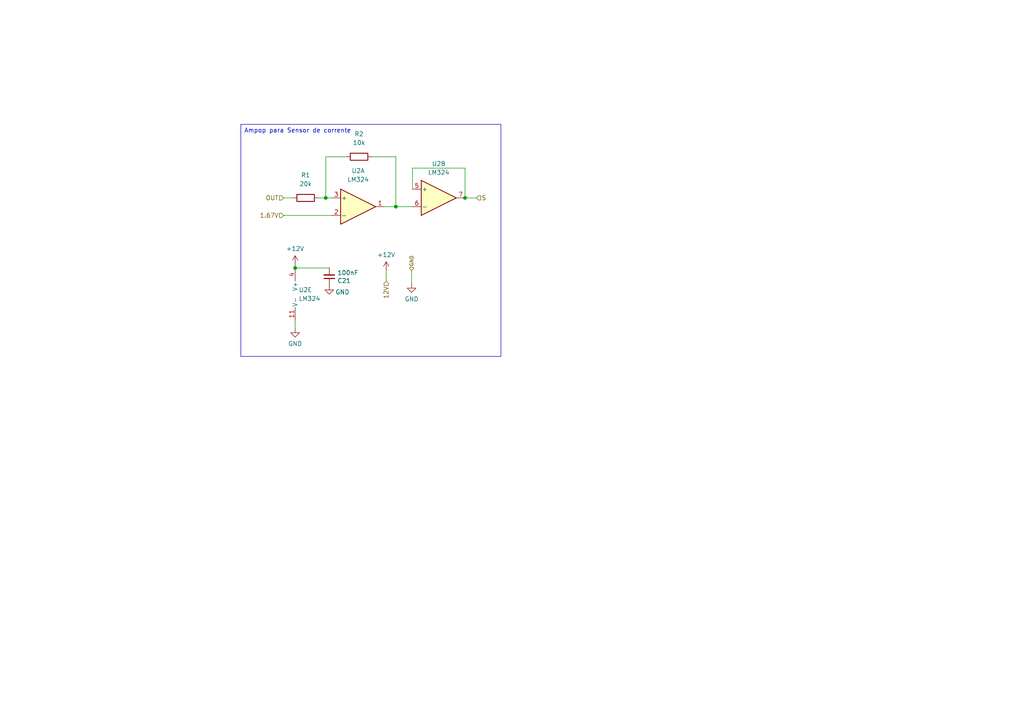
<source format=kicad_sch>
(kicad_sch (version 20250114) (generator "eeschema") (generator_version "9.0")
  (paper "A4")
  (lib_symbols
    (symbol "Amplifier_Operational:LM324" (pin_names (offset 0.127))
      (property "Reference" "U" (at 0 5.08 0))
      (property "Value" "LM324" (at 0 -5.08 0))
      (symbol "LM324_1_1"
        (polyline (pts (xy -5.08 5.08) (xy 5.08 0) (xy -5.08 -5.08) (xy -5.08 5.08)) (stroke (width 0.254)) (fill (type background)))
        (pin input line (at -7.62 2.54 0) (length 2.54) (name "+") (number "3"))
        (pin input line (at -7.62 -2.54 0) (length 2.54) (name "-") (number "2"))
        (pin output line (at 7.62 0 180) (length 2.54) (name "~") (number "1"))
      )
      (symbol "LM324_2_1"
        (polyline (pts (xy -5.08 5.08) (xy 5.08 0) (xy -5.08 -5.08) (xy -5.08 5.08)) (stroke (width 0.254)) (fill (type background)))
        (pin input line (at -7.62 2.54 0) (length 2.54) (name "+") (number "5"))
        (pin input line (at -7.62 -2.54 0) (length 2.54) (name "-") (number "6"))
        (pin output line (at 7.62 0 180) (length 2.54) (name "~") (number "7"))
      )
      (symbol "LM324_3_1"
        (polyline (pts (xy -5.08 5.08) (xy 5.08 0) (xy -5.08 -5.08) (xy -5.08 5.08)) (stroke (width 0.254)) (fill (type background)))
        (pin input line (at -7.62 2.54 0) (length 2.54) (name "+") (number "10"))
        (pin input line (at -7.62 -2.54 0) (length 2.54) (name "-") (number "9"))
        (pin output line (at 7.62 0 180) (length 2.54) (name "~") (number "8"))
      )
      (symbol "LM324_4_1"
        (polyline (pts (xy -5.08 5.08) (xy 5.08 0) (xy -5.08 -5.08) (xy -5.08 5.08)) (stroke (width 0.254)) (fill (type background)))
        (pin input line (at -7.62 2.54 0) (length 2.54) (name "+") (number "12"))
        (pin input line (at -7.62 -2.54 0) (length 2.54) (name "-") (number "13"))
        (pin output line (at 7.62 0 180) (length 2.54) (name "~") (number "14"))
      )
      (symbol "LM324_5_1"
        (pin power_in line (at -2.54 7.62 270) (length 3.81) (name "V+") (number "4"))
        (pin power_in line (at -2.54 -7.62 90) (length 3.81) (name "V-") (number "11"))
      )
    )
    (symbol "Device:C_Small" (pin_numbers (hide yes)) (pin_names (offset 0.254) (hide yes))
      (property "Reference" "C" (at 0.254 1.778 0))
      (property "Value" "C_Small" (at 0.254 -2.032 0))
      (symbol "C_Small_0_1"
        (polyline (pts (xy -1.524 0.508) (xy 1.524 0.508)) (stroke (width 0.3048)))
        (polyline (pts (xy -1.524 -0.508) (xy 1.524 -0.508)) (stroke (width 0.3302)))
      )
      (symbol "C_Small_1_1"
        (pin passive line (at 0 2.54 270) (length 2.032) (name "~") (number "1"))
        (pin passive line (at 0 -2.54 90) (length 2.032) (name "~") (number "2"))
      )
    )
    (symbol "Device:R" (pin_numbers (hide yes)) (pin_names (offset 0))
      (property "Reference" "R" (at 2.032 0 90))
      (property "Value" "R" (at 0 0 90))
      (symbol "R_0_1"
        (rectangle (start -1.016 -2.54) (end 1.016 2.54) (stroke (width 0.254)))
      )
      (symbol "R_1_1"
        (pin passive line (at 0 3.81 270) (length 1.27) (name "~") (number "1"))
        (pin passive line (at 0 -3.81 90) (length 1.27) (name "~") (number "2"))
      )
    )
    (symbol "power:+12V" (power) (pin_numbers (hide yes)) (pin_names (offset 0) (hide yes))
      (property "Value" "+12V" (at 0 3.556 0))
      (symbol "+12V_0_1"
        (polyline (pts (xy -0.762 1.27) (xy 0 2.54)))
        (polyline (pts (xy 0 2.54) (xy 0.762 1.27)))
        (polyline (pts (xy 0 0) (xy 0 2.54)))
      )
      (symbol "+12V_1_1"
        (pin power_in line (at 0 0 90) (length 0) (name "~") (number "1"))
      )
    )
    (symbol "power:GND" (power) (pin_names (offset 0))
      (property "Value" "GND" (at 0 -3.81 0))
      (symbol "GND_0_1"
        (polyline (pts (xy 0 0) (xy 0 -1.27) (xy 1.27 -1.27) (xy 0 -2.54) (xy -1.27 -1.27) (xy 0 -1.27)))
      )
      (symbol "GND_1_1"
        (pin power_in line (at 0 0 270) (length 0) (hide yes) (name "GND") (number "1"))
      )
    )
  )
  (text_box "Ampop para Sensor de corrente" (at 69.85 36.068 0) (size 75.438 67.31) (margins 0.9525 0.9525 0.9525 0.9525) (effects (font (size 1.27 1.27)) (justify left top)))
  (junction (at 85.598 77.724))
  (junction (at 94.488 57.404))
  (junction (at 134.874 57.404))
  (junction (at 114.808 59.944))
  (wire (pts (xy 114.808 59.944) (xy 119.634 59.944)))
  (wire (pts (xy 85.598 76.708) (xy 85.598 77.724)))
  (wire (pts (xy 82.296 62.484) (xy 96.266 62.484)))
  (wire (pts (xy 114.808 59.944) (xy 114.808 45.466)))
  (wire (pts (xy 94.488 45.466) (xy 94.488 57.404)))
  (wire (pts (xy 111.506 59.944) (xy 114.808 59.944)))
  (wire (pts (xy 119.38 78.486) (xy 119.38 82.296)))
  (wire (pts (xy 85.598 92.964) (xy 85.598 95.25)))
  (wire (pts (xy 112.014 78.486) (xy 112.014 81.534)))
  (wire (pts (xy 85.598 77.724) (xy 95.504 77.724)))
  (wire (pts (xy 134.874 48.768) (xy 134.874 57.404)))
  (wire (pts (xy 114.808 45.466) (xy 107.95 45.466)))
  (wire (pts (xy 94.488 57.404) (xy 96.266 57.404)))
  (wire (pts (xy 119.634 54.864) (xy 119.634 48.768)))
  (wire (pts (xy 119.634 48.768) (xy 134.874 48.768)))
  (wire (pts (xy 92.456 57.404) (xy 94.488 57.404)))
  (wire (pts (xy 82.296 57.404) (xy 84.836 57.404)))
  (wire (pts (xy 100.33 45.466) (xy 94.488 45.466)))
  (wire (pts (xy 134.874 57.404) (xy 138.176 57.404)))
  (hierarchical_label "OUT" (shape input) (at 82.296 57.404 180))
  (hierarchical_label "1.67V" (shape input) (at 82.296 62.484 180))
  (hierarchical_label "12V" (shape input) (at 112.014 81.534 270))
  (hierarchical_label "GND" (shape input) (at 119.38 78.486 90) (effects (font (size 1.016 1.016))))
  (hierarchical_label "S" (shape input) (at 138.176 57.404 0))
  (symbol (lib_id "power:GND") (at 95.504 82.804 0) (unit 1)
    (property "Reference" "#PWR035" (effects (hide yes)))
    (property "Value" "GND" (at 99.314 84.709 0))
  )
  (symbol (lib_id "Device:R") (at 88.646 57.404 90) (unit 1)
    (property "Reference" "R1" (at 88.646 50.8 90))
    (property "Value" "20k" (at 88.646 53.34 90))
    (property "Footprint" "Resistor_SMD:R_0805_2012Metric_Pad1.20x1.40mm_HandSolder" (effects (hide yes)))
    (property "Description" "Resistor" (effects (hide yes)))
  )
  (symbol (lib_id "Amplifier_Operational:LM324") (at 127.254 57.404 0) (unit 2)
    (property "Reference" "U2" (at 127.254 47.498 0))
    (property "Value" "LM324" (at 127.254 50.038 0))
    (property "Datasheet" "http://www.ti.com/lit/ds/symlink/lm2902-n.pdf" (effects (hide yes)))
    (property "Description" "Low-Power, Quad-Operational Amplifiers, DIP-14/SOIC-14/SSOP-14" (effects (hide yes)))
  )
  (symbol (lib_id "Device:C_Small") (at 95.504 80.264 0) (mirror x) (unit 1)
    (property "Reference" "C21" (at 97.8408 81.4324 0) (effects (justify left)))
    (property "Value" "100nF" (at 97.8408 79.121 0) (effects (justify left)))
    (property "Footprint" "Capacitor_SMD:C_0805_2012Metric_Pad1.18x1.45mm_HandSolder" (effects (hide yes)))
  )
  (symbol (lib_id "Amplifier_Operational:LM324") (at 103.886 59.944 0) (unit 1)
    (property "Reference" "U2" (at 103.886 49.53 0))
    (property "Value" "LM324" (at 103.886 52.07 0))
    (property "Footprint" "Package_DIP:DIP-14_W7.62mm" (effects (hide yes)))
    (property "Datasheet" "http://www.ti.com/lit/ds/symlink/lm2902-n.pdf" (effects (hide yes)))
    (property "Description" "Low-Power, Quad-Operational Amplifiers, DIP-14/SOIC-14/SSOP-14" (effects (hide yes)))
  )
  (symbol (lib_id "Amplifier_Operational:LM324") (at 88.138 85.344 0) (unit 5)
    (property "Reference" "U2" (at 86.614 84.0739 0) (effects (justify left)))
    (property "Value" "LM324" (at 86.614 86.6139 0) (effects (justify left)))
    (property "Footprint" "Package_DIP:DIP-14_W7.62mm" (effects (hide yes)))
    (property "Datasheet" "http://www.ti.com/lit/ds/symlink/lm2902-n.pdf" (effects (hide yes)))
    (property "Description" "Low-Power, Quad-Operational Amplifiers, DIP-14/SOIC-14/SSOP-14" (effects (hide yes)))
  )
  (symbol (lib_id "power:+12V") (at 85.598 76.708 0) (unit 1)
    (property "Reference" "#PWR017" (effects (hide yes)))
    (property "Value" "+12V" (at 85.598 72.136 0))
    (property "Description" "Power symbol creates a global label with name \"+12V\"" (effects (hide yes)))
  )
  (symbol (lib_id "power:+12V") (at 112.014 78.486 0) (unit 1)
    (property "Reference" "#PWR018" (effects (hide yes)))
    (property "Value" "+12V" (at 112.014 73.914 0))
    (property "Description" "Power symbol creates a global label with name \"+12V\"" (effects (hide yes)))
  )
  (symbol (lib_id "Device:R") (at 104.14 45.466 90) (unit 1)
    (property "Reference" "R2" (at 104.14 38.862 90))
    (property "Value" "10k" (at 104.14 41.402 90))
    (property "Footprint" "Resistor_SMD:R_0805_2012Metric_Pad1.20x1.40mm_HandSolder" (effects (hide yes)))
    (property "Description" "Resistor" (effects (hide yes)))
  )
  (symbol (lib_id "power:GND") (at 85.598 95.25 0) (unit 1)
    (property "Reference" "#PWR0225" (effects (hide yes)))
    (property "Value" "GND" (at 85.598 99.6934 0))
  )
  (symbol (lib_id "power:GND") (at 119.38 82.296 0) (unit 1)
    (property "Reference" "#PWR019" (effects (hide yes)))
    (property "Value" "GND" (at 119.38 86.7394 0))
  )
)
</source>
